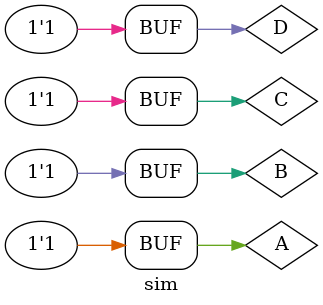
<source format=v>
`timescale 1ns / 1ps


module sim(

    );
    reg A,B,C,D; 
    wire F;
    mls_5 U1(A,B,C,D,F);
    initial
    begin
        A = 1'b0;
        B = 1'b0;
        C = 1'b0;
        D = 1'b0;
        #100
        A = 1'b0;
        B = 1'b0;
        C = 1'b0;
        D = 1'b1;
        #100
        A = 1'b0;
        B = 1'b0;
        C = 1'b1;
        D = 1'b0;
        #100
        A = 1'b0;
        B = 1'b0;
        C = 1'b1;
        D = 1'b1;
        #100
        A = 1'b0;
        B = 1'b1;
        C = 1'b0;
        D = 1'b0;
        #100
        A = 1'b0;
        B = 1'b1;
        C = 1'b0;
        D = 1'b1;
        #100
        A = 1'b0;
        B = 1'b1;
        C = 1'b1;
        D = 1'b0;
        #100
        A = 1'b0;
        B = 1'b1;
        C = 1'b1;
		D = 1'b1;
        #100
		A = 1'b1;
        B = 1'b0;
        C = 1'b0;
        D = 1'b0;
        #100
		A = 1'b1;
        B = 1'b0;
        C = 1'b0;
        D = 1'b1;
        #100
		A = 1'b1;
        B = 1'b0;
        C = 1'b1;
        D = 1'b0;
        #100
		A = 1'b1;
        B = 1'b0;
        C = 1'b1;
        D = 1'b1;
        #100
		A = 1'b1;
        B = 1'b1;
        C = 1'b0;
        D = 1'b0;
        #100
		A = 1'b1;
        B = 1'b1;
        C = 1'b0;
        D = 1'b1;
        #100
		A = 1'b1;
        B = 1'b1;
        C = 1'b1;
        D = 1'b0;
        #100
		A = 1'b1;
        B = 1'b1;
        C = 1'b1;
        D = 1'b1;
    end
endmodule

</source>
